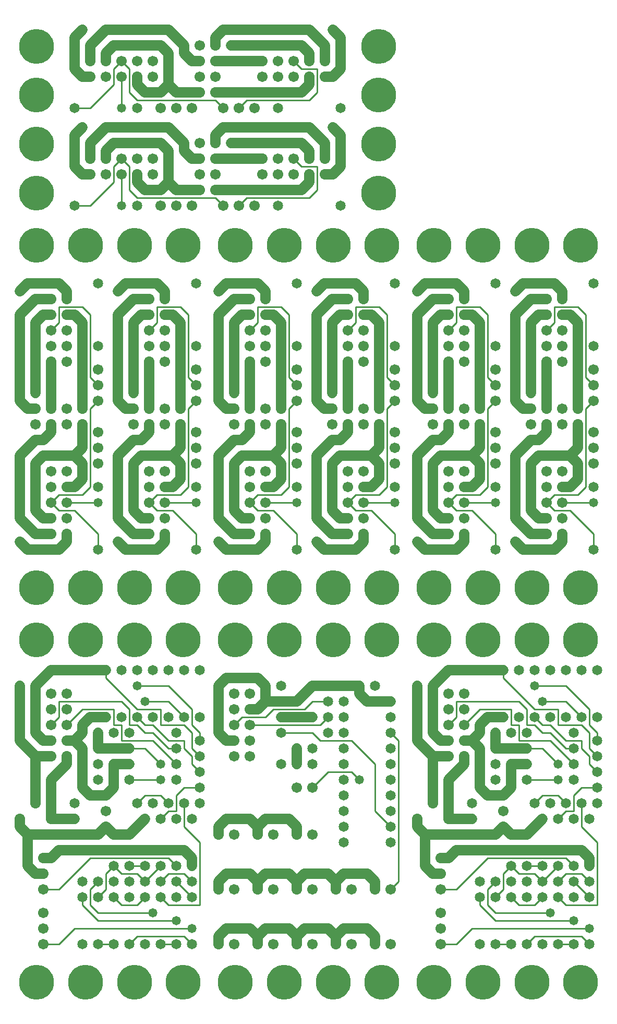
<source format=gbl>
%MOIN*%
%FSLAX25Y25*%
G04 D10 used for Character Trace; *
G04     Circle (OD=.01000) (No hole)*
G04 D11 used for Power Trace; *
G04     Circle (OD=.06500) (No hole)*
G04 D12 used for Signal Trace; *
G04     Circle (OD=.01100) (No hole)*
G04 D13 used for Via; *
G04     Circle (OD=.05800) (Round. Hole ID=.02800)*
G04 D14 used for Component hole; *
G04     Circle (OD=.06500) (Round. Hole ID=.03500)*
G04 D15 used for Component hole; *
G04     Circle (OD=.06700) (Round. Hole ID=.04300)*
G04 D16 used for Component hole; *
G04     Circle (OD=.08100) (Round. Hole ID=.05100)*
G04 D17 used for Component hole; *
G04     Circle (OD=.08900) (Round. Hole ID=.05900)*
G04 D18 used for Component hole; *
G04     Circle (OD=.11300) (Round. Hole ID=.08300)*
G04 D19 used for Component hole; *
G04     Circle (OD=.16000) (Round. Hole ID=.13000)*
G04 D20 used for Component hole; *
G04     Circle (OD=.18300) (Round. Hole ID=.15300)*
G04 D21 used for Component hole; *
G04     Circle (OD=.22291) (Round. Hole ID=.19291)*
%ADD10C,.01000*%
%ADD11C,.06500*%
%ADD12C,.01100*%
%ADD13C,.05800*%
%ADD14C,.06500*%
%ADD15C,.06700*%
%ADD16C,.08100*%
%ADD17C,.08900*%
%ADD18C,.11300*%
%ADD19C,.16000*%
%ADD20C,.18300*%
%ADD21C,.22291*%
%IPPOS*%
%LPD*%
G90*X0Y0D02*D21*X15625Y15625D03*D12*              
X20000Y40000D02*X30000D01*D15*X20000D03*D12*      
X30000D02*X40000Y50000D01*X115000D01*D13*D03*D12* 
Y40000D02*X110000Y45000D01*D14*X115000Y40000D03*  
D12*X80000Y45000D02*X110000D01*X75000Y40000D02*   
X80000Y45000D01*D14*X75000Y40000D03*X85000D03*    
X65000D03*D12*X55000D01*D14*D03*X45000D03*D12*    
X55000Y55000D02*X105000D01*D13*D03*D12*           
X100000Y65000D02*X120000D01*Y105000D01*           
X110000Y115000D01*Y130000D01*D14*D03*D12*         
X105000Y125000D02*Y135000D01*X100000Y125000D02*   
X105000D01*X95000Y120000D02*X100000Y125000D01*D14*
X95000Y120000D03*X100000Y130000D03*D12*           
X95000Y135000D01*X85000D01*X80000Y130000D01*D14*  
D03*X90000D03*X85000Y120000D03*D11*               
X75000Y110000D01*D14*D03*D11*X65000D01*           
X60000Y115000D01*D15*D03*D11*X55000Y110000D01*    
X10000D01*Y90000D01*X15000Y85000D01*X20000D01*D15*
D03*D12*Y75000D02*X30000D01*D15*X20000D03*D12*    
X30000D02*X50000Y95000D01*X100000D01*             
X105000Y90000D01*D14*D03*D12*X115000Y80000D02*    
X110000Y85000D01*D14*X115000Y80000D03*D12*        
X100000Y85000D02*X110000D01*X95000Y80000D02*      
X100000Y85000D01*D14*X95000Y80000D03*             
X105000Y70000D03*X85000Y90000D03*D12*X75000D01*   
D14*D03*D12*X85000Y80000D02*X80000Y85000D01*D14*  
X85000Y80000D03*D12*X95000Y90000D01*D14*D03*      
X105000Y80000D03*D12*X115000Y70000D01*D14*D03*D12*
X100000Y65000D02*X95000Y70000D01*D14*D03*D13*     
X90000Y60000D03*D12*X55000D01*X50000Y65000D01*    
Y75000D01*X55000Y80000D01*D14*D03*D12*Y70000D02*  
X60000Y75000D01*D14*X55000Y70000D03*D12*          
X60000Y75000D02*Y85000D01*X65000Y90000D01*D14*D03*
D12*X70000Y85000D01*X80000D01*D14*X75000Y80000D03*
X65000Y70000D03*D12*X70000Y65000D01*X80000D01*    
X85000Y70000D01*D14*D03*X75000D03*X65000Y80000D03*
D11*X115000Y95000D02*X110000Y100000D01*           
X115000Y90000D02*Y95000D01*D14*Y90000D03*D11*     
X75000Y100000D02*X110000D01*D14*X75000D03*D11*    
X30000D01*X25000Y95000D01*X20000D01*D15*D03*D11*  
X10000Y110000D02*X5000Y115000D01*Y120000D01*D15*  
D03*X15000Y130000D03*D11*Y160000D01*X25000D01*D15*
D03*X35000Y170000D03*D11*X40000D01*               
X45000Y165000D01*Y140000D01*X50000Y135000D01*     
X60000D01*X65000Y140000D01*Y145000D01*D14*D03*D11*
Y155000D01*D14*D03*D11*X75000D01*D14*D03*D12*     
X95000D02*X85000Y165000D01*D13*X95000Y155000D03*  
D14*X105000Y145000D03*Y165000D03*D12*X100000D01*  
X90000Y175000D01*X85000D01*X80000Y180000D01*      
X75000D01*Y190000D01*X70000Y195000D01*X30000D01*  
Y185000D01*X25000Y180000D01*D15*D03*              
X35000Y190000D03*D11*X20000Y170000D02*X25000D01*  
D15*D03*D11*X20000D02*X15000Y175000D01*Y205000D01*
X25000Y215000D01*X60000D01*D14*D03*D12*Y210000D01*
X80000Y190000D01*X95000D01*Y180000D01*X110000D01* 
X115000Y175000D01*Y165000D01*X120000Y160000D01*   
D14*D03*D12*Y150000D02*X115000Y155000D01*D14*     
X120000Y150000D03*D12*X115000Y155000D02*          
Y160000D01*X110000Y165000D01*Y170000D01*          
X100000D01*X90000Y180000D01*X85000D01*            
X80000Y185000D01*D14*D03*D13*X85000Y195000D03*D12*
X100000D01*X110000Y185000D01*D14*D03*D12*         
X120000Y175000D02*X115000Y180000D01*              
X120000Y170000D02*Y175000D01*D14*Y170000D03*D12*  
X115000Y180000D02*Y190000D01*X100000Y205000D01*   
X80000D01*D13*D03*D14*X90000Y215000D03*X70000D03* 
X80000D03*D12*X65000Y180000D02*Y190000D01*        
Y180000D02*X70000D01*Y170000D01*X90000D01*        
X105000Y155000D01*D14*D03*D13*X95000Y145000D03*   
D12*X75000D01*D14*D03*X55000Y165000D03*D11*       
X65000D01*D14*D03*D11*X75000D01*D14*D03*D12*      
X85000D01*D14*X75000Y175000D03*X100000Y185000D03* 
X65000Y175000D03*X90000Y185000D03*                
X105000Y175000D03*X70000Y185000D03*D12*           
X105000Y135000D02*X110000Y140000D01*X120000D01*   
D14*D03*Y130000D03*X105000Y120000D03*X115000D03*  
X120000Y185000D03*D12*X45000Y190000D02*X65000D01* 
X35000Y180000D02*X45000Y190000D01*D15*            
X35000Y180000D03*X25000Y190000D03*D11*            
X40000Y170000D02*X45000Y175000D01*Y180000D01*     
X50000Y185000D01*X60000D01*D14*D03*               
X55000Y175000D03*D11*Y165000D01*D14*Y155000D03*   
Y145000D03*D15*X35000Y160000D03*D11*Y155000D01*   
X25000Y145000D01*Y140000D01*D13*D03*D11*          
Y120000D01*D15*D03*D11*X40000D01*D14*D03*         
Y130000D03*D15*X60000Y125000D03*D14*              
X45000Y80000D03*D11*X15000Y160000D02*             
X5000Y170000D01*Y205000D01*D13*D03*D15*           
X25000Y200000D03*D21*X15625Y234375D03*D15*        
X35000Y200000D03*D21*X46875Y234375D03*X78125D03*  
D14*X100000Y215000D03*X110000D03*D21*             
X109375Y234375D03*D14*X120000Y215000D03*          
X45000Y70000D03*D12*Y65000D01*X55000Y55000D01*D15*
X20000Y60000D03*Y50000D03*D14*X95000Y40000D03*D12*
X105000D01*D14*D03*D21*X78125Y15625D03*X109375D03*
X46875D03*G90*X0Y2000D02*X46875Y267625D03*        
X15625D03*D14*X55000Y292000D03*D12*Y302000D01*    
X40000Y317000D01*X30000D01*X25000Y322000D01*D15*  
D03*D12*X30000Y327000D01*X45000D01*               
X50000Y332000D01*Y382000D01*X55000Y387000D01*D15* 
D03*Y397000D03*D12*X50000Y402000D01*Y442000D01*   
X45000Y447000D01*X30000D01*Y437000D01*            
X25000Y432000D01*D15*D03*X35000Y422000D03*        
Y442000D03*D11*X40000D01*X45000Y437000D01*        
Y382000D01*D15*D03*X35000Y372000D03*Y382000D03*   
X45000Y372000D03*D11*Y357000D01*X40000Y352000D01* 
X45000Y347000D01*Y337000D01*X40000Y332000D01*     
X35000D01*D15*D03*X25000Y342000D03*X35000D03*     
X25000Y332000D03*X35000Y322000D03*D12*X55000D01*  
D13*D03*D14*Y332000D03*D15*X35000Y302000D03*D11*  
Y297000D01*X30000Y292000D01*X10000D01*            
X5000Y297000D01*D13*D03*D11*X15000Y302000D02*     
X25000D01*D15*D03*X35000Y312000D03*X25000D03*D11* 
X20000D01*X15000Y317000D01*Y347000D01*            
X20000Y352000D01*X40000D01*D15*X55000Y367000D03*  
D11*X20000Y362000D02*X25000Y367000D01*            
X15000Y362000D02*X20000D01*X5000Y352000D02*       
X15000Y362000D01*X5000Y312000D02*Y352000D01*      
X15000Y302000D02*X5000Y312000D01*D15*             
X55000Y347000D03*Y357000D03*D11*X25000Y367000D02* 
Y372000D01*D15*D03*X15000Y382000D03*D11*X10000D01*
X5000Y387000D01*Y442000D01*X15000Y452000D01*      
X25000D01*D15*D03*D11*X35000Y457000D02*           
X30000Y462000D01*X35000Y452000D02*Y457000D01*D15* 
Y452000D03*X25000Y442000D03*D11*X20000D01*        
X15000Y437000D01*Y392000D01*D13*D03*D15*          
X25000Y382000D03*D11*Y412000D01*D15*D03*X35000D03*
X25000Y422000D03*X35000Y432000D03*                
X55000Y407000D03*D14*Y422000D03*D15*              
X15000Y372000D03*D13*X5000Y457000D03*D11*         
X10000Y462000D01*X30000D01*D21*X46875Y486375D03*  
D14*X55000Y462000D03*D21*X15625Y486375D03*G90*    
X2500Y2000D02*X109375Y267625D03*X78125D03*D14*    
X117500Y292000D03*D12*Y302000D01*                 
X102500Y317000D01*X92500D01*X87500Y322000D01*D15* 
D03*D12*X92500Y327000D01*X107500D01*              
X112500Y332000D01*Y382000D01*X117500Y387000D01*   
D15*D03*Y397000D03*D12*X112500Y402000D01*         
Y442000D01*X107500Y447000D01*X92500D01*Y437000D01*
X87500Y432000D01*D15*D03*X97500Y422000D03*        
Y442000D03*D11*X102500D01*X107500Y437000D01*      
Y382000D01*D15*D03*X97500Y372000D03*Y382000D03*   
X107500Y372000D03*D11*Y357000D01*                 
X102500Y352000D01*X107500Y347000D01*Y337000D01*   
X102500Y332000D01*X97500D01*D15*D03*              
X87500Y342000D03*X97500D03*X87500Y332000D03*      
X97500Y322000D03*D12*X117500D01*D13*D03*D14*      
Y332000D03*D15*X97500Y302000D03*D11*Y297000D01*   
X92500Y292000D01*X72500D01*X67500Y297000D01*D13*  
D03*D11*X77500Y302000D02*X87500D01*D15*D03*       
X97500Y312000D03*X87500D03*D11*X82500D01*         
X77500Y317000D01*Y347000D01*X82500Y352000D01*     
X102500D01*D15*X117500Y367000D03*D11*             
X82500Y362000D02*X87500Y367000D01*                
X77500Y362000D02*X82500D01*X67500Y352000D02*      
X77500Y362000D01*X67500Y312000D02*Y352000D01*     
X77500Y302000D02*X67500Y312000D01*D15*            
X117500Y347000D03*Y357000D03*D11*X87500Y367000D02*
Y372000D01*D15*D03*X77500Y382000D03*D11*X72500D01*
X67500Y387000D01*Y442000D01*X77500Y452000D01*     
X87500D01*D15*D03*D11*X97500Y457000D02*           
X92500Y462000D01*X97500Y452000D02*Y457000D01*D15* 
Y452000D03*X87500Y442000D03*D11*X82500D01*        
X77500Y437000D01*Y392000D01*D13*D03*D15*          
X87500Y382000D03*D11*Y412000D01*D15*D03*X97500D03*
X87500Y422000D03*X97500Y432000D03*                
X117500Y407000D03*D14*Y422000D03*D15*             
X77500Y372000D03*D13*X67500Y457000D03*D11*        
X72500Y462000D01*X92500D01*D21*X109375Y486375D03* 
D14*X117500Y462000D03*D21*X78125Y486375D03*G90*   
X0Y4000D02*D14*X210000Y574000D03*X170000D03*D15*  
X155000D03*X145000D03*D12*X150000Y579000D01*      
X190000D01*X195000Y584000D01*Y599000D01*          
X185000D01*X180000Y604000D01*D15*D03*             
X190000Y594000D03*D11*Y589000D01*                 
X185000Y584000D01*X130000D01*D15*D03*D12*         
X80000Y579000D02*X130000D01*X75000Y584000D02*     
X80000Y579000D01*X75000Y599000D02*Y584000D01*     
X70000Y604000D02*X75000Y599000D01*D15*            
X70000Y604000D03*D12*X65000Y599000D01*Y589000D01* 
X50000Y574000D01*X40000D01*D14*D03*D15*           
X60000Y594000D03*X50000D03*D11*X45000D01*         
X40000Y599000D01*Y619000D01*X45000Y624000D01*D13* 
D03*D11*X50000Y614000D02*Y604000D01*D15*D03*      
X60000D03*D11*Y609000D01*X65000Y614000D01*        
X95000D01*X100000Y609000D01*Y589000D01*           
X95000Y584000D01*X85000D01*X80000Y589000D01*      
Y594000D01*D15*D03*X90000Y604000D03*Y594000D03*   
X80000Y604000D03*X70000Y594000D03*D12*Y574000D01* 
D13*D03*D14*X80000D03*D15*X95000D03*D11*          
X100000Y589000D02*X105000Y584000D01*X120000D01*   
D15*D03*X130000Y594000D03*D12*Y579000D02*         
X135000Y574000D01*D15*D03*X115000D03*             
X120000Y594000D03*X160000D03*Y604000D03*D11*      
X130000D01*D15*D03*D13*X140000Y614000D03*D11*     
X185000D01*X190000Y609000D01*Y604000D01*D15*D03*  
X200000Y594000D03*D11*X205000D01*                 
X210000Y599000D01*Y619000D01*X205000Y624000D01*   
D13*D03*D11*X190000D02*X200000Y614000D01*         
X135000Y624000D02*X190000D01*X130000Y619000D02*   
X135000Y624000D01*X130000Y619000D02*Y614000D01*   
D15*D03*X120000Y604000D03*D11*X115000D01*         
X110000Y609000D01*Y614000D01*X100000Y624000D01*   
X60000D01*X50000Y614000D01*D21*X15625Y613375D03*  
Y582125D03*D15*X105000Y574000D03*                 
X120000Y614000D03*X170000Y594000D03*Y604000D03*   
X180000Y594000D03*X200000Y604000D03*D11*          
Y614000D01*D21*X234375Y582125D03*Y613375D03*G90*  
X0Y1500D02*D14*X210000Y511500D03*X170000D03*D15*  
X155000D03*X145000D03*D12*X150000Y516500D01*      
X190000D01*X195000Y521500D01*Y536500D01*          
X185000D01*X180000Y541500D01*D15*D03*             
X190000Y531500D03*D11*Y526500D01*                 
X185000Y521500D01*X130000D01*D15*D03*D12*         
X80000Y516500D02*X130000D01*X75000Y521500D02*     
X80000Y516500D01*X75000Y536500D02*Y521500D01*     
X70000Y541500D02*X75000Y536500D01*D15*            
X70000Y541500D03*D12*X65000Y536500D01*Y526500D01* 
X50000Y511500D01*X40000D01*D14*D03*D15*           
X60000Y531500D03*X50000D03*D11*X45000D01*         
X40000Y536500D01*Y556500D01*X45000Y561500D01*D13* 
D03*D11*X50000Y551500D02*Y541500D01*D15*D03*      
X60000D03*D11*Y546500D01*X65000Y551500D01*        
X95000D01*X100000Y546500D01*Y526500D01*           
X95000Y521500D01*X85000D01*X80000Y526500D01*      
Y531500D01*D15*D03*X90000Y541500D03*Y531500D03*   
X80000Y541500D03*X70000Y531500D03*D12*Y511500D01* 
D13*D03*D14*X80000D03*D15*X95000D03*D11*          
X100000Y526500D02*X105000Y521500D01*X120000D01*   
D15*D03*X130000Y531500D03*D12*Y516500D02*         
X135000Y511500D01*D15*D03*X115000D03*             
X120000Y531500D03*X160000D03*Y541500D03*D11*      
X130000D01*D15*D03*D13*X140000Y551500D03*D11*     
X185000D01*X190000Y546500D01*Y541500D01*D15*D03*  
X200000Y531500D03*D11*X205000D01*                 
X210000Y536500D01*Y556500D01*X205000Y561500D01*   
D13*D03*D11*X190000D02*X200000Y551500D01*         
X135000Y561500D02*X190000D01*X130000Y556500D02*   
X135000Y561500D01*X130000Y556500D02*Y551500D01*   
D15*D03*X120000Y541500D03*D11*X115000D01*         
X110000Y546500D01*Y551500D01*X100000Y561500D01*   
X60000D01*X50000Y551500D01*D21*X15625Y550875D03*  
Y519625D03*D15*X105000Y511500D03*                 
X120000Y551500D03*X170000Y531500D03*Y541500D03*   
X180000Y531500D03*X200000Y541500D03*D11*          
Y551500D01*D21*X234375Y519625D03*Y550875D03*G90*  
X2000Y0D02*D15*X132000Y40000D03*D11*Y45000D01*    
X137000Y50000D01*X152000D01*X157000Y45000D01*     
Y40000D01*D15*D03*D11*Y45000D02*X162000Y50000D01* 
X177000D01*X182000Y45000D01*Y40000D01*D15*D03*D11*
Y45000D02*X187000Y50000D01*X202000D01*            
X207000Y45000D01*Y40000D01*D15*D03*D11*Y45000D02* 
X212000Y50000D01*X227000D01*X232000Y45000D01*     
Y40000D01*D15*D03*X242000D03*X217000D03*D21*      
X205125Y15625D03*X236375D03*D15*X242000Y75000D03* 
D12*X247000Y80000D01*Y170000D01*X242000Y175000D01*
D14*D03*Y185000D03*Y165000D03*D12*                
X232000Y125000D02*Y155000D01*X242000Y115000D02*   
X232000Y125000D01*D14*X242000Y115000D03*          
Y125000D03*Y105000D03*Y135000D03*                 
X212000Y145000D03*D11*X207000Y80000D02*           
X212000Y85000D01*X207000Y75000D02*Y80000D01*D15*  
Y75000D03*D11*Y80000D02*X202000Y85000D01*         
X187000D01*X182000Y80000D01*Y75000D01*D15*D03*D11*
Y80000D02*X177000Y85000D01*X162000D01*            
X157000Y80000D01*Y75000D01*D15*D03*D11*Y80000D02* 
X152000Y85000D01*X137000D01*X132000Y80000D01*     
Y75000D01*D15*D03*X142000D03*X167000Y40000D03*    
Y110000D03*X157000D03*D11*Y115000D01*             
X162000Y120000D01*X177000D01*X182000Y115000D01*   
Y110000D01*D15*D03*X192000D03*D11*                
X157000Y115000D02*X152000Y120000D01*X137000D01*   
X132000Y115000D01*Y110000D01*D15*D03*X142000D03*  
X167000Y75000D03*D14*X172000Y155000D03*D15*       
X152000Y160000D03*X142000D03*X182000Y140000D03*   
D14*Y155000D03*D11*Y165000D01*D14*D03*            
X192000Y155000D03*D12*X197000Y170000D02*          
X192000Y175000D01*X197000Y170000D02*X217000D01*   
X232000Y155000D01*D14*X242000Y145000D03*D13*      
X222000D03*D12*X217000Y150000D01*X202000D01*      
X192000Y140000D01*D15*D03*D14*X212000Y125000D03*  
Y135000D03*Y155000D03*Y165000D03*X192000D03*      
X212000Y115000D03*Y175000D03*X202000D03*D12*      
X172000D02*X192000D01*D14*X172000D03*D12*         
X147000Y185000D02*X162000D01*X142000Y180000D02*   
X147000Y185000D01*D15*X142000Y180000D03*          
X152000Y170000D03*Y190000D03*D11*X157000D01*      
X162000Y195000D01*X172000D01*D14*D03*D11*         
X182000D01*X192000Y205000D01*X202000D01*D14*D03*  
D11*X222000D01*D14*D03*D11*Y200000D01*            
X227000Y195000D01*X242000D01*D14*D03*             
X232000Y205000D03*X212000Y195000D03*Y185000D03*   
X202000Y195000D03*D12*X192000D01*                 
X187000Y190000D01*X167000D01*X162000Y185000D01*   
D14*X172000D03*D11*X192000D01*D13*D03*D12*        
X152000Y180000D02*X197000D01*D15*X152000D03*      
X142000Y190000D03*Y170000D03*D11*X137000D01*      
X132000Y175000D01*Y205000D01*X137000Y210000D01*   
X157000D01*X162000Y205000D01*Y195000D01*D14*      
X172000Y205000D03*D15*X152000Y200000D03*          
X142000D03*D12*X197000Y180000D02*                 
X202000Y185000D01*D14*D03*X242000Y155000D03*D21*  
X236375Y234375D03*X205125D03*X173875D03*          
X142625D03*D14*X212000Y105000D03*D11*Y85000D02*   
X227000D01*X232000Y80000D01*Y75000D01*D15*D03*    
X217000D03*X192000D03*Y40000D03*D21*              
X173875Y15625D03*D15*X142000Y40000D03*D21*        
X142625Y15625D03*G90*X2000Y2000D02*               
X173875Y267625D03*X142625D03*D14*                 
X182000Y292000D03*D12*Y302000D01*                 
X167000Y317000D01*X157000D01*X152000Y322000D01*   
D15*D03*D12*X157000Y327000D01*X172000D01*         
X177000Y332000D01*Y382000D01*X182000Y387000D01*   
D15*D03*Y397000D03*D12*X177000Y402000D01*         
Y442000D01*X172000Y447000D01*X157000D01*          
Y437000D01*X152000Y432000D01*D15*D03*             
X162000Y422000D03*Y442000D03*D11*X167000D01*      
X172000Y437000D01*Y382000D01*D15*D03*             
X162000Y372000D03*Y382000D03*X172000Y372000D03*   
D11*Y357000D01*X167000Y352000D01*                 
X172000Y347000D01*Y337000D01*X167000Y332000D01*   
X162000D01*D15*D03*X152000Y342000D03*X162000D03*  
X152000Y332000D03*X162000Y322000D03*D12*          
X182000D01*D13*D03*D14*Y332000D03*D15*            
X162000Y302000D03*D11*Y297000D01*                 
X157000Y292000D01*X137000D01*X132000Y297000D01*   
D13*D03*D11*X142000Y302000D02*X152000D01*D15*D03* 
X162000Y312000D03*X152000D03*D11*X147000D01*      
X142000Y317000D01*Y347000D01*X147000Y352000D01*   
X167000D01*D15*X182000Y367000D03*D11*             
X147000Y362000D02*X152000Y367000D01*              
X142000Y362000D02*X147000D01*X132000Y352000D02*   
X142000Y362000D01*X132000Y312000D02*Y352000D01*   
X142000Y302000D02*X132000Y312000D01*D15*          
X182000Y347000D03*Y357000D03*D11*                 
X152000Y367000D02*Y372000D01*D15*D03*             
X142000Y382000D03*D11*X137000D01*                 
X132000Y387000D01*Y442000D01*X142000Y452000D01*   
X152000D01*D15*D03*D11*X162000Y457000D02*         
X157000Y462000D01*X162000Y452000D02*Y457000D01*   
D15*Y452000D03*X152000Y442000D03*D11*X147000D01*  
X142000Y437000D01*Y392000D01*D13*D03*D15*         
X152000Y382000D03*D11*Y412000D01*D15*D03*         
X162000D03*X152000Y422000D03*X162000Y432000D03*   
X182000Y407000D03*D14*Y422000D03*D15*             
X142000Y372000D03*D13*X132000Y457000D03*D11*      
X137000Y462000D01*X157000D01*D21*                 
X173875Y486375D03*D14*X182000Y462000D03*D21*      
X142625Y486375D03*G90*X4500Y2000D02*              
X236375Y267625D03*X205125D03*D14*                 
X244500Y292000D03*D12*Y302000D01*                 
X229500Y317000D01*X219500D01*X214500Y322000D01*   
D15*D03*D12*X219500Y327000D01*X234500D01*         
X239500Y332000D01*Y382000D01*X244500Y387000D01*   
D15*D03*Y397000D03*D12*X239500Y402000D01*         
Y442000D01*X234500Y447000D01*X219500D01*          
Y437000D01*X214500Y432000D01*D15*D03*             
X224500Y422000D03*Y442000D03*D11*X229500D01*      
X234500Y437000D01*Y382000D01*D15*D03*             
X224500Y372000D03*Y382000D03*X234500Y372000D03*   
D11*Y357000D01*X229500Y352000D01*                 
X234500Y347000D01*Y337000D01*X229500Y332000D01*   
X224500D01*D15*D03*X214500Y342000D03*X224500D03*  
X214500Y332000D03*X224500Y322000D03*D12*          
X244500D01*D13*D03*D14*Y332000D03*D15*            
X224500Y302000D03*D11*Y297000D01*                 
X219500Y292000D01*X199500D01*X194500Y297000D01*   
D13*D03*D11*X204500Y302000D02*X214500D01*D15*D03* 
X224500Y312000D03*X214500D03*D11*X209500D01*      
X204500Y317000D01*Y347000D01*X209500Y352000D01*   
X229500D01*D15*X244500Y367000D03*D11*             
X209500Y362000D02*X214500Y367000D01*              
X204500Y362000D02*X209500D01*X194500Y352000D02*   
X204500Y362000D01*X194500Y312000D02*Y352000D01*   
X204500Y302000D02*X194500Y312000D01*D15*          
X244500Y347000D03*Y357000D03*D11*                 
X214500Y367000D02*Y372000D01*D15*D03*             
X204500Y382000D03*D11*X199500D01*                 
X194500Y387000D01*Y442000D01*X204500Y452000D01*   
X214500D01*D15*D03*D11*X224500Y457000D02*         
X219500Y462000D01*X224500Y452000D02*Y457000D01*   
D15*Y452000D03*X214500Y442000D03*D11*X209500D01*  
X204500Y437000D01*Y392000D01*D13*D03*D15*         
X214500Y382000D03*D11*Y412000D01*D15*D03*         
X224500D03*X214500Y422000D03*X224500Y432000D03*   
X244500Y407000D03*D14*Y422000D03*D15*             
X204500Y372000D03*D13*X194500Y457000D03*D11*      
X199500Y462000D01*X219500D01*D21*                 
X236375Y486375D03*D14*X244500Y462000D03*D21*      
X205125Y486375D03*G90*X4000Y0D02*D11*             
X264000Y110000D02*X259000Y115000D01*              
X264000Y90000D02*Y110000D01*X269000Y85000D02*     
X264000Y90000D01*X269000Y85000D02*X274000D01*D15* 
D03*D12*Y75000D02*X284000D01*D15*X274000D03*D12*  
X284000D02*X304000Y95000D01*X354000D01*           
X359000Y90000D01*D14*D03*D12*X369000Y80000D02*    
X364000Y85000D01*D14*X369000Y80000D03*D12*        
X354000Y85000D02*X364000D01*X349000Y80000D02*     
X354000Y85000D01*D14*X349000Y80000D03*            
X359000Y70000D03*X339000Y90000D03*D12*X329000D01* 
D14*D03*D12*X339000Y80000D02*X334000Y85000D01*D14*
X339000Y80000D03*D12*X349000Y90000D01*D14*D03*    
X359000Y80000D03*D12*X369000Y70000D01*D14*D03*D12*
X354000Y65000D02*X374000D01*X354000D02*           
X349000Y70000D01*D14*D03*D13*X344000Y60000D03*D12*
X309000D01*X304000Y65000D01*Y75000D01*            
X309000Y80000D01*D14*D03*D12*Y70000D02*           
X314000Y75000D01*D14*X309000Y70000D03*D12*        
X314000Y75000D02*Y85000D01*X319000Y90000D01*D14*  
D03*D12*X324000Y85000D01*X334000D01*D14*          
X329000Y80000D03*X319000Y70000D03*D12*            
X324000Y65000D01*X334000D01*X339000Y70000D01*D14* 
D03*X329000D03*D13*X359000Y55000D03*D12*          
X309000D01*X299000Y65000D01*Y70000D01*D14*D03*    
Y80000D03*D12*X284000Y40000D02*X294000Y50000D01*  
X274000Y40000D02*X284000D01*D15*X274000D03*       
Y50000D03*Y60000D03*D12*X294000Y50000D02*         
X369000D01*D13*D03*D12*Y40000D02*X364000Y45000D01*
D14*X369000Y40000D03*D12*X334000Y45000D02*        
X364000D01*X329000Y40000D02*X334000Y45000D01*D14* 
X329000Y40000D03*X339000D03*X319000D03*D12*       
X309000D01*D14*D03*X299000D03*D21*                
X332125Y15625D03*X300875D03*D14*X319000Y80000D03* 
X349000Y40000D03*D12*X359000D01*D14*D03*D12*      
X374000Y65000D02*Y105000D01*X364000Y115000D01*    
Y130000D01*D14*D03*D12*X359000Y125000D02*         
Y135000D01*X354000Y125000D02*X359000D01*          
X349000Y120000D02*X354000Y125000D01*D14*          
X349000Y120000D03*X354000Y130000D03*D12*          
X349000Y135000D01*X339000D01*X334000Y130000D01*   
D14*D03*X344000D03*X339000Y120000D03*D11*         
X329000Y110000D01*D14*D03*D11*X319000D01*         
X314000Y115000D01*D15*D03*D11*X309000Y110000D01*  
X264000D01*X259000Y115000D02*Y120000D01*D15*D03*  
X269000Y130000D03*D11*Y160000D01*X279000D01*D15*  
D03*X289000Y170000D03*D11*X294000D01*             
X299000Y165000D01*Y140000D01*X304000Y135000D01*   
X314000D01*X319000Y140000D01*Y145000D01*D14*D03*  
D11*Y155000D01*D14*D03*D11*X329000D01*D14*D03*D12*
X349000D02*X339000Y165000D01*D13*                 
X349000Y155000D03*D14*X359000Y145000D03*          
Y165000D03*D12*X354000D01*X344000Y175000D01*      
X339000D01*X334000Y180000D01*X329000D01*          
Y190000D01*X324000Y195000D01*X284000D01*          
Y185000D01*X279000Y180000D01*D15*D03*             
X289000Y190000D03*D11*X274000Y170000D02*          
X279000D01*D15*D03*D11*X274000D02*                
X269000Y175000D01*Y205000D01*X279000Y215000D01*   
X314000D01*D14*D03*D12*Y210000D01*                
X334000Y190000D01*X349000D01*Y180000D01*          
X364000D01*X369000Y175000D01*Y165000D01*          
X374000Y160000D01*D14*D03*D12*Y150000D02*         
X369000Y155000D01*D14*X374000Y150000D03*D12*      
X369000Y155000D02*Y160000D01*X364000Y165000D01*   
Y170000D01*X354000D01*X344000Y180000D01*          
X339000D01*X334000Y185000D01*D14*D03*D13*         
X339000Y195000D03*D12*X354000D01*                 
X364000Y185000D01*D14*D03*D12*X374000Y175000D02*  
X369000Y180000D01*X374000Y170000D02*Y175000D01*   
D14*Y170000D03*D12*X369000Y180000D02*Y190000D01*  
X354000Y205000D01*X334000D01*D13*D03*D14*         
X344000Y215000D03*X324000D03*X334000D03*D12*      
X319000Y180000D02*Y190000D01*Y180000D02*          
X324000D01*Y170000D01*X344000D01*                 
X359000Y155000D01*D14*D03*D13*X349000Y145000D03*  
D12*X329000D01*D14*D03*X309000Y165000D03*D11*     
X319000D01*D14*D03*D11*X329000D01*D14*D03*D12*    
X339000D01*D14*X329000Y175000D03*                 
X354000Y185000D03*X319000Y175000D03*              
X344000Y185000D03*X359000Y175000D03*              
X324000Y185000D03*D12*X359000Y135000D02*          
X364000Y140000D01*X374000D01*D14*D03*Y130000D03*  
X359000Y120000D03*X369000D03*D11*Y95000D02*       
X364000Y100000D01*X369000Y90000D02*Y95000D01*D14* 
Y90000D03*D11*X329000Y100000D02*X364000D01*D14*   
X329000D03*D11*X284000D01*X279000Y95000D01*       
X274000D01*D15*D03*D14*X294000Y120000D03*D11*     
X279000D01*D15*D03*D11*Y140000D01*D13*D03*D11*    
Y145000D01*X289000Y155000D01*Y160000D01*D15*D03*  
D11*X294000Y170000D02*X299000Y175000D01*          
Y180000D01*X304000Y185000D01*X314000D01*D14*D03*  
D12*X299000Y190000D02*X319000D01*                 
X289000Y180000D02*X299000Y190000D01*D15*          
X289000Y180000D03*X279000Y190000D03*D11*          
X269000Y160000D02*X259000Y170000D01*Y205000D01*   
D13*D03*D15*X279000Y200000D03*D21*                
X269625Y234375D03*D15*X289000Y200000D03*D21*      
X300875Y234375D03*D14*X309000Y155000D03*D11*      
Y165000D02*Y175000D01*D14*D03*Y145000D03*         
X294000Y130000D03*X354000Y215000D03*D15*          
X314000Y125000D03*D14*X364000Y215000D03*D21*      
X363375Y234375D03*X332125D03*D14*                 
X374000Y185000D03*Y215000D03*D21*X269625Y15625D03*
X363375D03*G90*X4000Y2000D02*X269625Y267625D03*   
D11*X264000Y292000D02*X284000D01*X264000D02*      
X259000Y297000D01*D13*D03*D11*X269000Y302000D02*  
X279000D01*D15*D03*X289000Y312000D03*D11*         
X284000Y292000D02*X289000Y297000D01*Y302000D01*   
D15*D03*X279000Y312000D03*D11*X274000D01*         
X269000Y317000D01*Y347000D01*X274000Y352000D01*   
X294000D01*X299000Y347000D01*Y337000D01*          
X294000Y332000D01*X289000D01*D15*D03*D12*         
X279000Y322000D02*X284000Y327000D01*D15*          
X279000Y322000D03*D12*X284000Y317000D01*          
X294000D01*X309000Y302000D01*Y292000D01*D14*D03*  
D21*X300875Y267625D03*D13*X309000Y322000D03*D12*  
X289000D01*D15*D03*D12*X284000Y327000D02*         
X299000D01*X304000Y332000D01*Y382000D01*          
X309000Y387000D01*D15*D03*Y397000D03*D12*         
X304000Y402000D01*Y442000D01*X299000Y447000D01*   
X284000D01*Y437000D01*X279000Y432000D01*D15*D03*  
X289000Y422000D03*Y442000D03*D11*X294000D01*      
X299000Y437000D01*Y382000D01*D15*D03*             
X289000Y372000D03*Y382000D03*X299000Y372000D03*   
D11*Y357000D01*X294000Y352000D01*D15*             
X289000Y342000D03*X309000Y367000D03*D11*          
X274000Y362000D02*X279000Y367000D01*              
X269000Y362000D02*X274000D01*X259000Y352000D02*   
X269000Y362000D01*X259000Y312000D02*Y352000D01*   
X269000Y302000D02*X259000Y312000D01*D15*          
X279000Y332000D03*Y342000D03*D14*                 
X309000Y332000D03*D15*Y347000D03*Y357000D03*D11*  
X279000Y367000D02*Y372000D01*D15*D03*             
X269000Y382000D03*D11*X264000D01*                 
X259000Y387000D01*Y442000D01*X269000Y452000D01*   
X279000D01*D15*D03*D11*X289000Y457000D02*         
X284000Y462000D01*X289000Y452000D02*Y457000D01*   
D15*Y452000D03*X279000Y442000D03*D11*X274000D01*  
X269000Y437000D01*Y392000D01*D13*D03*D15*         
X279000Y382000D03*D11*Y412000D01*D15*D03*         
X289000D03*X279000Y422000D03*X289000Y432000D03*   
X309000Y407000D03*D14*Y422000D03*D15*             
X269000Y372000D03*D13*X259000Y457000D03*D11*      
X264000Y462000D01*X284000D01*D21*                 
X300875Y486375D03*D14*X309000Y462000D03*D21*      
X269625Y486375D03*G90*X1500Y2000D02*D13*          
X321500Y297000D03*D11*X326500Y292000D01*          
X346500D01*X351500Y297000D01*Y302000D01*D15*D03*  
X341500Y312000D03*D11*X336500D01*                 
X331500Y317000D01*Y347000D01*X336500Y352000D01*   
X356500D01*X361500Y347000D01*Y337000D01*          
X356500Y332000D01*X351500D01*D15*D03*D12*         
X341500Y322000D02*X346500Y327000D01*D15*          
X341500Y322000D03*D12*X346500Y317000D01*          
X356500D01*X371500Y302000D01*Y292000D01*D14*D03*  
D15*X351500Y312000D03*D21*X363375Y267625D03*D15*  
X341500Y302000D03*D11*X331500D01*                 
X321500Y312000D01*Y352000D01*X331500Y362000D01*   
X336500D01*X341500Y367000D01*Y372000D01*D15*D03*  
X351500Y382000D03*X331500D03*D11*X326500D01*      
X321500Y387000D01*Y442000D01*X331500Y452000D01*   
X341500D01*D15*D03*D12*X346500Y437000D02*         
Y447000D01*X341500Y432000D02*X346500Y437000D01*   
D15*X341500Y432000D03*X351500Y422000D03*          
Y442000D03*D11*X356500D01*X361500Y437000D01*      
Y382000D01*D15*D03*D12*X366500Y332000D02*         
Y382000D01*X361500Y327000D02*X366500Y332000D01*   
X346500Y327000D02*X361500D01*D15*                 
X351500Y322000D03*D12*X371500D01*D13*D03*D14*     
Y332000D03*D15*X351500Y342000D03*                 
X371500Y347000D03*X341500Y342000D03*Y332000D03*   
D11*X356500Y352000D02*X361500Y357000D01*          
Y372000D01*D15*D03*X371500Y367000D03*D12*         
X366500Y382000D02*X371500Y387000D01*D15*D03*      
Y397000D03*D12*X366500Y402000D01*Y442000D01*      
X361500Y447000D01*X346500D01*D15*                 
X351500Y452000D03*D11*Y457000D01*                 
X346500Y462000D01*X326500D01*X321500Y457000D01*   
D13*D03*D11*X331500Y437000D02*X336500Y442000D01*  
X331500Y392000D02*Y437000D01*D13*Y392000D03*D15*  
X341500Y382000D03*D11*Y412000D01*D15*D03*         
X351500D03*X341500Y422000D03*X351500Y432000D03*   
X371500Y407000D03*X341500Y442000D03*D11*          
X336500D01*D14*X371500Y422000D03*Y462000D03*D21*  
X363375Y486375D03*X332125D03*D15*                 
X331500Y372000D03*X351500D03*X371500Y357000D03*   
D21*X332125Y267625D03*M02*                        

</source>
